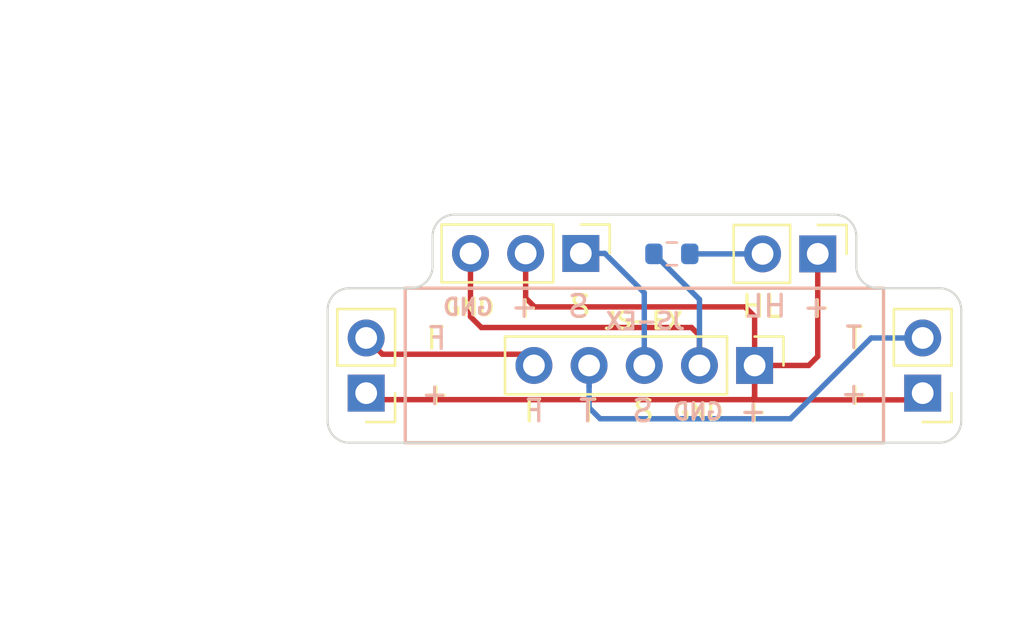
<source format=kicad_pcb>
(kicad_pcb (version 20221018) (generator pcbnew)
  (layers (0 "F.Cu" jumper) (31 "B.Cu" signal) (34 "B.Paste" user) (35 "F.Paste" user) (36 "B.SilkS" user "B.Silkscreen") (37 "F.SilkS" user "F.Silkscreen") (38 "B.Mask" user) (39 "F.Mask" user) (44 "Edge.Cuts" user))
  (net 0 "")
  (net 1 "/S")
  (net 2 "+3.3V")
  (net 3 "GND")
  (net 4 "/HL")
  (net 5 "/F")
  (net 6 "/T")
  (footprint "Connector_PinHeader_2.54mm:PinHeader_1x02_P2.54mm_Vertical" (layer "F.Cu") (at 120.998572 98.42 -90)
    (fp_text reference "J2" hide)
    (fp_text value "Conn_01x02")
    (fp_line (start -1.33 -1.33) (end 0 -1.33) (stroke (width 0.12)) (layer "F.SilkS"))
    (fp_line (start -1.33 0) (end -1.33 -1.33) (stroke (width 0.12)) (layer "F.SilkS"))
    (fp_line (start -1.33 1.27) (end -1.33 3.87) (stroke (width 0.12)) (layer "F.SilkS"))
    (fp_line (start -1.33 1.27) (end 1.33 1.27) (stroke (width 0.12)) (layer "F.SilkS"))
    (fp_line (start -1.33 3.87) (end 1.33 3.87) (stroke (width 0.12)) (layer "F.SilkS"))
    (fp_line (start 1.33 1.27) (end 1.33 3.87) (stroke (width 0.12)) (layer "F.SilkS"))
    (pad "1" thru_hole rect (at 0 0 270) (size 1.7 1.7) (drill 1) (layers "*.Cu" "*.Mask") (net 2 "+3.3V"))
    (pad "2" thru_hole oval (at 0 2.54 270) (size 1.7 1.7) (drill 1) (layers "*.Cu" "*.Mask") (net 4 "/HL"))
  )
  (footprint "Connector_PinHeader_2.54mm:PinHeader_1x02_P2.54mm_Vertical" (layer "F.Cu") (at 100.21 104.831 180)
    (fp_text reference "J3" hide)
    (fp_text value "Conn_01x02")
    (fp_line (start -1.33 -1.33) (end 0 -1.33) (stroke (width 0.12)) (layer "F.SilkS"))
    (fp_line (start -1.33 0) (end -1.33 -1.33) (stroke (width 0.12)) (layer "F.SilkS"))
    (fp_line (start -1.33 1.27) (end -1.33 3.87) (stroke (width 0.12)) (layer "F.SilkS"))
    (fp_line (start -1.33 1.27) (end 1.33 1.27) (stroke (width 0.12)) (layer "F.SilkS"))
    (fp_line (start -1.33 3.87) (end 1.33 3.87) (stroke (width 0.12)) (layer "F.SilkS"))
    (fp_line (start 1.33 1.27) (end 1.33 3.87) (stroke (width 0.12)) (layer "F.SilkS"))
    (pad "1" thru_hole rect (at 0 0 180) (size 1.7 1.7) (drill 1) (layers "*.Cu" "*.Mask") (net 2 "+3.3V"))
    (pad "2" thru_hole oval (at 0 2.54 180) (size 1.7 1.7) (drill 1) (layers "*.Cu" "*.Mask") (net 5 "/F"))
  )
  (footprint "Connector_PinHeader_2.54mm:PinHeader_1x05_P2.54mm_Vertical" (layer "F.Cu") (at 118.0925 103.556 -90)
    (fp_text reference "JSB1" hide)
    (fp_text value "Conn_01x05")
    (fp_line (start -1.33 -1.33) (end 0 -1.33) (stroke (width 0.12)) (layer "F.SilkS"))
    (fp_line (start -1.33 0) (end -1.33 -1.33) (stroke (width 0.12)) (layer "F.SilkS"))
    (fp_line (start -1.33 1.27) (end -1.33 11.49) (stroke (width 0.12)) (layer "F.SilkS"))
    (fp_line (start -1.33 1.27) (end 1.33 1.27) (stroke (width 0.12)) (layer "F.SilkS"))
    (fp_line (start -1.33 11.49) (end 1.33 11.49) (stroke (width 0.12)) (layer "F.SilkS"))
    (fp_line (start 1.33 1.27) (end 1.33 11.49) (stroke (width 0.12)) (layer "F.SilkS"))
    (pad "1" thru_hole rect (at 0 0 270) (size 1.7 1.7) (drill 1) (layers "*.Cu" "*.Mask") (net 2 "+3.3V"))
    (pad "2" thru_hole oval (at 0 2.54 270) (size 1.7 1.7) (drill 1) (layers "*.Cu" "*.Mask") (net 3 "GND"))
    (pad "3" thru_hole oval (at 0 5.08 270) (size 1.7 1.7) (drill 1) (layers "*.Cu" "*.Mask") (net 1 "/S"))
    (pad "4" thru_hole oval (at 0 7.62 270) (size 1.7 1.7) (drill 1) (layers "*.Cu" "*.Mask") (net 6 "/T"))
    (pad "5" thru_hole oval (at 0 10.16 270) (size 1.7 1.7) (drill 1) (layers "*.Cu" "*.Mask") (net 5 "/F"))
  )
  (footprint "Connector_PinHeader_2.54mm:PinHeader_1x02_P2.54mm_Vertical" (layer "F.Cu") (at 125.83 104.831 180)
    (fp_text reference "J4" hide)
    (fp_text value "Conn_01x02")
    (fp_line (start -1.33 -1.33) (end 0 -1.33) (stroke (width 0.12)) (layer "F.SilkS"))
    (fp_line (start -1.33 0) (end -1.33 -1.33) (stroke (width 0.12)) (layer "F.SilkS"))
    (fp_line (start -1.33 1.27) (end -1.33 3.87) (stroke (width 0.12)) (layer "F.SilkS"))
    (fp_line (start -1.33 1.27) (end 1.33 1.27) (stroke (width 0.12)) (layer "F.SilkS"))
    (fp_line (start -1.33 3.87) (end 1.33 3.87) (stroke (width 0.12)) (layer "F.SilkS"))
    (fp_line (start 1.33 1.27) (end 1.33 3.87) (stroke (width 0.12)) (layer "F.SilkS"))
    (pad "1" thru_hole rect (at 0 0 180) (size 1.7 1.7) (drill 1) (layers "*.Cu" "*.Mask") (net 2 "+3.3V"))
    (pad "2" thru_hole oval (at 0 2.54 180) (size 1.7 1.7) (drill 1) (layers "*.Cu" "*.Mask") (net 6 "/T"))
  )
  (footprint "Connector_PinHeader_2.54mm:PinHeader_1x03_P2.54mm_Vertical" (layer "F.Cu") (at 110.091429 98.4 -90)
    (fp_text reference "J1" hide)
    (fp_text value "Conn_01x03")
    (fp_line (start -1.33 -1.33) (end 0 -1.33) (stroke (width 0.12)) (layer "F.SilkS"))
    (fp_line (start -1.33 0) (end -1.33 -1.33) (stroke (width 0.12)) (layer "F.SilkS"))
    (fp_line (start -1.33 1.27) (end -1.33 6.41) (stroke (width 0.12)) (layer "F.SilkS"))
    (fp_line (start -1.33 1.27) (end 1.33 1.27) (stroke (width 0.12)) (layer "F.SilkS"))
    (fp_line (start -1.33 6.41) (end 1.33 6.41) (stroke (width 0.12)) (layer "F.SilkS"))
    (fp_line (start 1.33 1.27) (end 1.33 6.41) (stroke (width 0.12)) (layer "F.SilkS"))
    (pad "1" thru_hole rect (at 0 0 270) (size 1.7 1.7) (drill 1) (layers "*.Cu" "*.Mask") (net 1 "/S"))
    (pad "2" thru_hole oval (at 0 2.54 270) (size 1.7 1.7) (drill 1) (layers "*.Cu" "*.Mask") (net 2 "+3.3V"))
    (pad "3" thru_hole oval (at 0 5.08 270) (size 1.7 1.7) (drill 1) (layers "*.Cu" "*.Mask") (net 3 "GND"))
  )
  (footprint "Resistor_SMD:R_0603_1608Metric" (layer "B.Cu") (at 114.281429 98.42 180)
    (fp_text reference "R1" hide)
    (fp_text value "R")
    (fp_line (start -0.237258 -0.5225) (end 0.237258 -0.5225) (stroke (width 0.12)) (layer "B.SilkS"))
    (fp_line (start -0.237258 0.5225) (end 0.237258 0.5225) (stroke (width 0.12)) (layer "B.SilkS"))
    (pad "1" smd roundrect (at -0.825 0 180) (size 0.8 0.95) (layers "B.Cu" "B.Paste" "B.Mask") (net 4 "/HL"))
    (pad "2" smd roundrect (at 0.825 0 180) (size 0.8 0.95) (layers "B.Cu" "B.Paste" "B.Mask") (net 3 "GND"))
  )
  (gr_line (start 102.0075 100) (end 102.0075 107.112) (stroke (width 0.15)) (layer "B.SilkS"))
  (gr_line (start 102.0075 107.112) (end 124.0275 107.112) (stroke (width 0.15)) (layer "B.SilkS"))
  (gr_line (start 124.0275 100) (end 124.0275 107.112) (stroke (width 0.15)) (layer "B.SilkS"))
  (gr_line (start 102.0075 100) (end 124.0275 100) (stroke (width 0.15)) (layer "B.SilkS"))
  (gr_line (start 102.0075 107.112) (end 102.0075 100) (stroke (width 0.15)) (layer "F.SilkS"))
  (gr_line (start 102.0075 107.112) (end 124.0275 107.112) (stroke (width 0.15)) (layer "F.SilkS"))
  (gr_line (start 124.0275 107.112) (end 124.0275 100) (stroke (width 0.15)) (layer "F.SilkS"))
  (gr_line (start 102.0075 100) (end 124.0275 100) (stroke (width 0.15)) (layer "F.SilkS"))
  (gr_line (start 122.773572 99) (end 122.773572 97.612) (stroke (width 0.1)) (layer "Edge.Cuts"))
  (gr_line (start 123.773572 100) (end 126.605 100) (stroke (width 0.1)) (layer "Edge.Cuts"))
  (gr_arc (start 121.773572 96.612) (mid 122.480679 96.904893) (end 122.773572 97.612) (stroke (width 0.1)) (layer "Edge.Cuts"))
  (gr_line (start 104.266429 96.612) (end 121.773572 96.612) (stroke (width 0.1)) (layer "Edge.Cuts"))
  (gr_arc (start 103.266429 97.612) (mid 103.559322 96.904893) (end 104.266429 96.612) (stroke (width 0.1)) (layer "Edge.Cuts"))
  (gr_arc (start 99.435 107.112) (mid 98.727893 106.819107) (end 98.435 106.112) (stroke (width 0.1)) (layer "Edge.Cuts"))
  (gr_arc (start 98.435 101) (mid 98.727893 100.292893) (end 99.435 100) (stroke (width 0.1)) (layer "Edge.Cuts"))
  (gr_line (start 102.266429 100) (end 99.435 100) (stroke (width 0.1)) (layer "Edge.Cuts"))
  (gr_arc (start 127.605 106.112) (mid 127.312107 106.819107) (end 126.605 107.112) (stroke (width 0.1)) (layer "Edge.Cuts"))
  (gr_arc (start 123.773572 100) (mid 123.066465 99.707107) (end 122.773572 99) (stroke (width 0.1)) (layer "Edge.Cuts"))
  (gr_line (start 99.435 107.112) (end 126.605 107.112) (stroke (width 0.1)) (layer "Edge.Cuts"))
  (gr_line (start 98.435 106.112) (end 98.435 101) (stroke (width 0.1)) (layer "Edge.Cuts"))
  (gr_line (start 103.266429 99) (end 103.266429 97.612) (stroke (width 0.1)) (layer "Edge.Cuts"))
  (gr_line (start 127.605 106.112) (end 127.605 101) (stroke (width 0.1)) (layer "Edge.Cuts"))
  (gr_arc (start 126.605 100) (mid 127.312107 100.292893) (end 127.605 101) (stroke (width 0.1)) (layer "Edge.Cuts"))
  (gr_arc (start 103.266429 99) (mid 102.973536 99.707107) (end 102.266429 100) (stroke (width 0.1)) (layer "Edge.Cuts"))
  (gr_text "F" (at 104 102.9) (layer "B.SilkS") (effects (font (size 1 1)) (justify left bottom mirror)))
  (gr_text "S" (at 113.51 106.23) (layer "B.SilkS") (effects (font (size 1 1)) (justify left bottom mirror)))
  (gr_text "GND" (at 116.72 106.12) (layer "B.SilkS") (effects (font (size 0.75 0.75) (thickness 0.15) bold) (justify left bottom mirror)))
  (gr_text "+" (at 118.74 106.23) (layer "B.SilkS") (effects (font (size 1 1)) (justify left bottom mirror)))
  (gr_text "+" (at 123.378095 105.41) (layer "B.SilkS") (effects (font (size 1 1)) (justify left bottom mirror)))
  (gr_text "HL" (at 119.65 101.41) (layer "B.SilkS") (effects (font (size 1 1)) (justify left bottom mirror)))
  (gr_text "T" (at 123.14 102.87) (layer "B.SilkS") (effects (font (size 1 1)) (justify left bottom mirror)))
  (gr_text "JS-EX" (at 114.971072 101.95) (layer "B.SilkS") (effects (font (size 0.75 0.75) (thickness 0.15) bold) (justify left bottom mirror)))
  (gr_text "+" (at 121.65 101.43) (layer "B.SilkS") (effects (font (size 1 1)) (justify left bottom mirror)))
  (gr_text "+" (at 108.2 101.42) (layer "B.SilkS") (effects (font (size 1 1)) (justify left bottom mirror)))
  (gr_text "T" (at 110.88 106.24) (layer "B.SilkS") (effects (font (size 1 1)) (justify left bottom mirror)))
  (gr_text "F" (at 108.49 106.24) (layer "B.SilkS") (effects (font (size 1 1)) (justify left bottom mirror)))
  (gr_text "S" (at 110.55 101.42) (layer "B.SilkS") (effects (font (size 1 1)) (justify left bottom mirror)))
  (gr_text "+" (at 104.08 105.44) (layer "B.SilkS") (effects (font (size 1 1)) (justify left bottom mirror)))
  (gr_text "GND" (at 106.14 101.31) (layer "B.SilkS") (effects (font (size 0.75 0.75) (thickness 0.15) bold) (justify left bottom mirror)))
  (gr_text "S" (at 112.41131 106.23375) (layer "F.SilkS") (effects (font (size 1 1)) (justify left bottom)))
  (gr_text "GND" (at 114.259643 106.13) (layer "F.SilkS") (effects (font (size 0.75 0.75) (thickness 0.15) bold) (justify left bottom)))
  (gr_text "GND" (at 103.718572 101.32) (layer "F.SilkS") (effects (font (size 0.75 0.75) (thickness 0.15) bold) (justify left bottom)))
  (gr_text "T" (at 109.966548 106.23375) (layer "F.SilkS") (effects (font (size 1 1)) (justify left bottom)))
  (gr_text "S" (at 109.490239 101.42375) (layer "F.SilkS") (effects (font (size 1 1)) (justify left bottom)))
  (gr_text "F" (at 107.378929 106.23375) (layer "F.SilkS") (effects (font (size 1 1)) (justify left bottom)))
  (gr_text "+" (at 102.699524 105.43275) (layer "F.SilkS") (effects (font (size 1 1)) (justify left bottom)))
  (gr_text "+" (at 120.254525 101.42375) (layer "F.SilkS") (effects (font (size 1 1)) (justify left bottom)))
  (gr_text "F" (at 102.89 102.89275) (layer "F.SilkS") (effects (font (size 1 1)) (justify left bottom)))
  (gr_text "T" (at 122.23 102.89275) (layer "F.SilkS") (effects (font (size 1 1)) (justify left bottom)))
  (gr_text "+" (at 121.991905 105.43275) (layer "F.SilkS") (effects (font (size 1 1)) (justify left bottom)))
  (gr_text "HL" (at 117.405001 101.42375) (layer "F.SilkS") (effects (font (size 1 1)) (justify left bottom)))
  (gr_text "+" (at 106.807382 101.42375) (layer "F.SilkS") (effects (font (size 1 1)) (justify left bottom)))
  (gr_text "+" (at 117.348453 106.23375) (layer "F.SilkS") (effects (font (size 1 1)) (justify left bottom)))
  (gr_text "JS-EX" (at 111.063929 101.94) (layer "F.SilkS") (effects (font (size 0.75 0.75) (thickness 0.15) bold) (justify left bottom)))
  (segment (start 109.83 97.93) (end 109.83 98.4) (width 0.25) (layer "F.Cu") (net 1))
  (segment (start 113.0125 103.556) (end 113.0125 100.2125) (width 0.25) (layer "B.Cu") (net 1))
  (segment (start 111.2 98.4) (end 110.28 98.4) (width 0.25) (layer "B.Cu") (net 1))
  (segment (start 113.0125 100.2125) (end 111.2 98.4) (width 0.25) (layer "B.Cu") (net 1))
  (segment (start 109.83 98.4) (end 109.83 98.55) (width 0.25) (layer "B.Cu") (net 1))
  (segment (start 120.998572 103.141428) (end 120.584 103.556) (width 0.25) (layer "F.Cu") (net 2))
  (segment (start 117.982 105.13) (end 118.0925 105.0195) (width 0.25) (layer "F.Cu") (net 2))
  (segment (start 107.551429 100.451429) (end 107.96 100.86) (width 0.25) (layer "F.Cu") (net 2))
  (segment (start 118.0925 105.0195) (end 118.0925 103.556) (width 0.25) (layer "F.Cu") (net 2))
  (segment (start 117.65 100.86) (end 118.0925 101.3025) (width 0.25) (layer "F.Cu") (net 2))
  (segment (start 120.998572 98.42) (end 120.998572 103.141428) (width 0.25) (layer "F.Cu") (net 2))
  (segment (start 100.21 104.831) (end 100.509 105.13) (width 0.25) (layer "F.Cu") (net 2))
  (segment (start 118.0925 101.3025) (end 118.0925 103.556) (width 0.25) (layer "F.Cu") (net 2))
  (segment (start 118.092 103.556) (end 118.0925 103.556) (width 0.25) (layer "F.Cu") (net 2))
  (segment (start 120.584 103.556) (end 118.0925 103.556) (width 0.25) (layer "F.Cu") (net 2))
  (segment (start 107.551429 98.4) (end 107.551429 100.451429) (width 0.25) (layer "F.Cu") (net 2))
  (segment (start 125.33 104.831) (end 125.83 104.831) (width 0.25) (layer "F.Cu") (net 2))
  (segment (start 100.509 105.13) (end 117.982 105.13) (width 0.25) (layer "F.Cu") (net 2))
  (segment (start 125.83 104.831) (end 125.521 105.14) (width 0.25) (layer "F.Cu") (net 2))
  (segment (start 118.092 105.14) (end 118.092 103.556) (width 0.25) (layer "F.Cu") (net 2))
  (segment (start 125.521 105.14) (end 118.092 105.14) (width 0.25) (layer "F.Cu") (net 2))
  (segment (start 107.96 100.86) (end 117.65 100.86) (width 0.25) (layer "F.Cu") (net 2))
  (segment (start 118.092 103.556) (end 118.0925 103.5555) (width 0.25) (layer "B.Cu") (net 2))
  (segment (start 118.0925 103.5555) (end 118.71 102.938) (width 0.25) (layer "B.Cu") (net 2))
  (segment (start 118.0925 103.5555) (end 118.0925 103.556) (width 0.25) (layer "B.Cu") (net 2))
  (segment (start 115.19 101.81) (end 115.552 102.172) (width 0.25) (layer "F.Cu") (net 3))
  (segment (start 115.552 103.556) (end 115.552 102.9675) (width 0.25) (layer "F.Cu") (net 3))
  (segment (start 105.011429 101.311429) (end 105.51 101.81) (width 0.25) (layer "F.Cu") (net 3))
  (segment (start 105.51 101.81) (end 115.19 101.81) (width 0.25) (layer "F.Cu") (net 3))
  (segment (start 115.552 102.9675) (end 115.5525 102.968) (width 0.25) (layer "F.Cu") (net 3))
  (segment (start 105.011429 98.4) (end 105.011429 101.311429) (width 0.25) (layer "F.Cu") (net 3))
  (segment (start 115.552 102.172) (end 115.552 102.9675) (width 0.25) (layer "F.Cu") (net 3))
  (segment (start 115.5525 102.968) (end 115.5525 103.556) (width 0.25) (layer "F.Cu") (net 3))
  (segment (start 115.5525 103.556) (end 115.5525 100.516071) (width 0.25) (layer "B.Cu") (net 3))
  (segment (start 115.5525 100.516071) (end 113.456429 98.42) (width 0.25) (layer "B.Cu") (net 3))
  (segment (start 118.71 98.42) (end 118.71 97.84) (width 0.25) (layer "F.Cu") (net 4))
  (segment (start 118.458572 98.42) (end 115.106429 98.42) (width 0.25) (layer "B.Cu") (net 4))
  (segment (start 107.9325 103.0645) (end 107.9325 103.556) (width 0.25) (layer "F.Cu") (net 5))
  (segment (start 107.4165 103.04) (end 100.959 103.04) (width 0.25) (layer "F.Cu") (net 5))
  (segment (start 107.932 103.556) (end 107.932 103.064) (width 0.25) (layer "F.Cu") (net 5))
  (segment (start 107.9325 103.556) (end 107.4165 103.04) (width 0.25) (layer "F.Cu") (net 5))
  (segment (start 107.932 103.064) (end 107.9325 103.0645) (width 0.25) (layer "F.Cu") (net 5))
  (segment (start 100.959 103.04) (end 100.21 102.291) (width 0.25) (layer "F.Cu") (net 5))
  (segment (start 110.472 105.502) (end 110.98 106.01) (width 0.25) (layer "B.Cu") (net 6))
  (segment (start 110.472 103.556) (end 110.472 104.529) (width 0.25) (layer "B.Cu") (net 6))
  (segment (start 119.74 106.01) (end 123.459 102.291) (width 0.25) (layer "B.Cu") (net 6))
  (segment (start 110.98 106.01) (end 119.74 106.01) (width 0.25) (layer "B.Cu") (net 6))
  (segment (start 110.472 104.529) (end 110.4725 104.5285) (width 0.25) (layer "B.Cu") (net 6))
  (segment (start 123.459 102.291) (end 125.83 102.291) (width 0.25) (layer "B.Cu") (net 6))
  (segment (start 110.4725 104.5285) (end 110.4725 103.556) (width 0.25) (layer "B.Cu") (net 6))
  (segment (start 110.472 104.529) (end 110.472 105.502) (width 0.25) (layer "B.Cu") (net 6))
)
</source>
